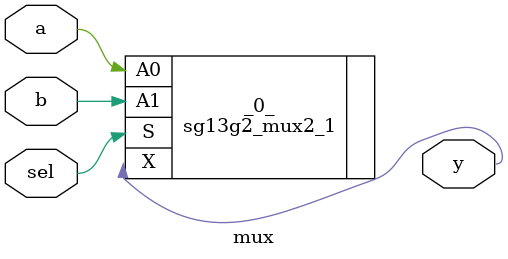
<source format=v>
/* Generated by Yosys 0.53+70 (git sha1 3ef4c91c3, clang++ 18.1.8 -fPIC -O3) */

module mux(a, b, sel, y);
  input a;
  wire a;
  input b;
  wire b;
  input sel;
  wire sel;
  output y;
  wire y;
  sg13g2_mux2_1 _0_ (
    .A0(a),
    .A1(b),
    .S(sel),
    .X(y)
  );
endmodule

</source>
